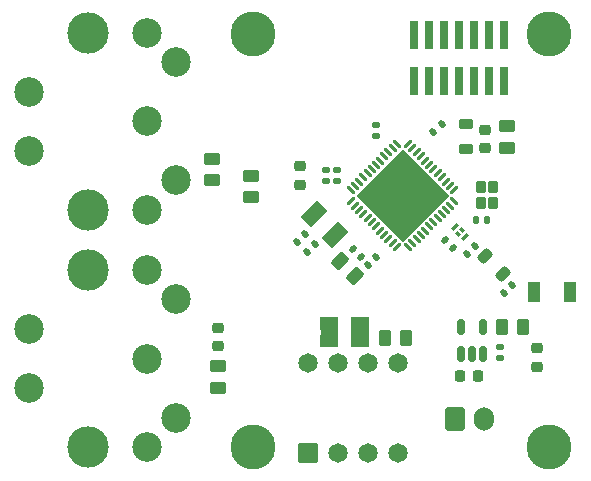
<source format=gbr>
%TF.GenerationSoftware,KiCad,Pcbnew,9.0.0*%
%TF.CreationDate,2025-04-07T16:50:41+02:00*%
%TF.ProjectId,TP_PROJ_S5,54505f50-524f-44a5-9f53-352e6b696361,rev?*%
%TF.SameCoordinates,Original*%
%TF.FileFunction,Soldermask,Top*%
%TF.FilePolarity,Negative*%
%FSLAX46Y46*%
G04 Gerber Fmt 4.6, Leading zero omitted, Abs format (unit mm)*
G04 Created by KiCad (PCBNEW 9.0.0) date 2025-04-07 16:50:41*
%MOMM*%
%LPD*%
G01*
G04 APERTURE LIST*
G04 Aperture macros list*
%AMRoundRect*
0 Rectangle with rounded corners*
0 $1 Rounding radius*
0 $2 $3 $4 $5 $6 $7 $8 $9 X,Y pos of 4 corners*
0 Add a 4 corners polygon primitive as box body*
4,1,4,$2,$3,$4,$5,$6,$7,$8,$9,$2,$3,0*
0 Add four circle primitives for the rounded corners*
1,1,$1+$1,$2,$3*
1,1,$1+$1,$4,$5*
1,1,$1+$1,$6,$7*
1,1,$1+$1,$8,$9*
0 Add four rect primitives between the rounded corners*
20,1,$1+$1,$2,$3,$4,$5,0*
20,1,$1+$1,$4,$5,$6,$7,0*
20,1,$1+$1,$6,$7,$8,$9,0*
20,1,$1+$1,$8,$9,$2,$3,0*%
%AMRotRect*
0 Rectangle, with rotation*
0 The origin of the aperture is its center*
0 $1 length*
0 $2 width*
0 $3 Rotation angle, in degrees counterclockwise*
0 Add horizontal line*
21,1,$1,$2,0,0,$3*%
%AMFreePoly0*
4,1,6,0.500000,-0.750000,-0.650000,-0.750000,-0.150000,0.000000,-0.650000,0.750000,0.500000,0.750000,0.500000,-0.750000,0.500000,-0.750000,$1*%
%AMFreePoly1*
4,1,6,1.000000,0.000000,0.500000,-0.750000,-0.500000,-0.750000,-0.500000,0.750000,0.500000,0.750000,1.000000,0.000000,1.000000,0.000000,$1*%
G04 Aperture macros list end*
%ADD10C,0.000000*%
%ADD11RoundRect,0.150000X0.150000X-0.512500X0.150000X0.512500X-0.150000X0.512500X-0.150000X-0.512500X0*%
%ADD12C,2.500000*%
%ADD13C,3.500000*%
%ADD14RoundRect,0.218750X0.256250X-0.218750X0.256250X0.218750X-0.256250X0.218750X-0.256250X-0.218750X0*%
%ADD15RoundRect,0.250000X0.450000X-0.262500X0.450000X0.262500X-0.450000X0.262500X-0.450000X-0.262500X0*%
%ADD16C,3.800000*%
%ADD17FreePoly0,90.000000*%
%ADD18FreePoly1,90.000000*%
%ADD19RoundRect,0.140000X-0.140000X-0.170000X0.140000X-0.170000X0.140000X0.170000X-0.140000X0.170000X0*%
%ADD20RoundRect,0.140000X-0.021213X0.219203X-0.219203X0.021213X0.021213X-0.219203X0.219203X-0.021213X0*%
%ADD21RotRect,0.279400X0.711200X135.000000*%
%ADD22RotRect,0.254000X0.457200X225.000000*%
%ADD23RoundRect,0.102000X-0.350000X-0.375000X0.350000X-0.375000X0.350000X0.375000X-0.350000X0.375000X0*%
%ADD24RoundRect,0.102000X0.989949X0.282843X0.282843X0.989949X-0.989949X-0.282843X-0.282843X-0.989949X0*%
%ADD25RoundRect,0.102000X0.719000X-0.719000X0.719000X0.719000X-0.719000X0.719000X-0.719000X-0.719000X0*%
%ADD26C,1.642000*%
%ADD27RoundRect,0.062500X-0.220971X-0.309359X0.309359X0.220971X0.220971X0.309359X-0.309359X-0.220971X0*%
%ADD28RoundRect,0.062500X0.220971X-0.309359X0.309359X-0.220971X-0.220971X0.309359X-0.309359X0.220971X0*%
%ADD29RotRect,5.600000X5.600000X45.000000*%
%ADD30RoundRect,0.250000X-0.450000X0.262500X-0.450000X-0.262500X0.450000X-0.262500X0.450000X0.262500X0*%
%ADD31RoundRect,0.250000X0.262500X0.450000X-0.262500X0.450000X-0.262500X-0.450000X0.262500X-0.450000X0*%
%ADD32RoundRect,0.250000X0.503814X0.132583X0.132583X0.503814X-0.503814X-0.132583X-0.132583X-0.503814X0*%
%ADD33RoundRect,0.250000X-0.262500X-0.450000X0.262500X-0.450000X0.262500X0.450000X-0.262500X0.450000X0*%
%ADD34RoundRect,0.218750X-0.424264X-0.114905X-0.114905X-0.424264X0.424264X0.114905X0.114905X0.424264X0*%
%ADD35RoundRect,0.218750X0.381250X-0.218750X0.381250X0.218750X-0.381250X0.218750X-0.381250X-0.218750X0*%
%ADD36RoundRect,0.250000X-0.600000X-0.750000X0.600000X-0.750000X0.600000X0.750000X-0.600000X0.750000X0*%
%ADD37O,1.700000X2.000000*%
%ADD38R,0.740000X2.400000*%
%ADD39RoundRect,0.140000X0.170000X-0.140000X0.170000X0.140000X-0.170000X0.140000X-0.170000X-0.140000X0*%
%ADD40RoundRect,0.225000X0.250000X-0.225000X0.250000X0.225000X-0.250000X0.225000X-0.250000X-0.225000X0*%
%ADD41RoundRect,0.140000X0.021213X-0.219203X0.219203X-0.021213X-0.021213X0.219203X-0.219203X0.021213X0*%
%ADD42RoundRect,0.140000X-0.219203X-0.021213X-0.021213X-0.219203X0.219203X0.021213X0.021213X0.219203X0*%
%ADD43RoundRect,0.140000X-0.170000X0.140000X-0.170000X-0.140000X0.170000X-0.140000X0.170000X0.140000X0*%
%ADD44RoundRect,0.225000X-0.225000X-0.250000X0.225000X-0.250000X0.225000X0.250000X-0.225000X0.250000X0*%
%ADD45R,1.066800X1.803400*%
G04 APERTURE END LIST*
D10*
%TO.C,JP2*%
G36*
X133800000Y-126479999D02*
G01*
X132300000Y-126479999D01*
X132300000Y-124029999D01*
X133800000Y-124029999D01*
X133800000Y-126479999D01*
G37*
%TO.C,JP1*%
G36*
X131200000Y-126479999D02*
G01*
X129700000Y-126479999D01*
X129700000Y-124029999D01*
X131200000Y-124029999D01*
X131200000Y-126479999D01*
G37*
%TD*%
D11*
%TO.C,U2*%
X141550001Y-127097500D03*
X142500000Y-127097500D03*
X143449999Y-127097500D03*
X143449999Y-124822500D03*
X141550001Y-124822500D03*
%TD*%
D12*
%TO.C,J4*%
X105000000Y-130000000D03*
X105000000Y-125000000D03*
X117500000Y-122500000D03*
X117500000Y-132500000D03*
X115000000Y-120000000D03*
X115000000Y-127500000D03*
X115000000Y-135000000D03*
D13*
X110000000Y-135000000D03*
X110000000Y-120000000D03*
%TD*%
D14*
%TO.C,D2*%
X121050000Y-124874999D03*
X121050000Y-126450001D03*
%TD*%
D15*
%TO.C,R4*%
X121050000Y-128150000D03*
X121050000Y-129975000D03*
%TD*%
D13*
%TO.C,J5*%
X110000000Y-99900000D03*
X110000000Y-114900000D03*
D12*
X115000000Y-114900000D03*
X115000000Y-107400000D03*
X115000000Y-99900000D03*
X117500000Y-112400000D03*
X117500000Y-102400000D03*
X105000000Y-104900000D03*
X105000000Y-109900000D03*
%TD*%
D15*
%TO.C,R7*%
X120500000Y-110587500D03*
X120500000Y-112412500D03*
%TD*%
D16*
%TO.C,H4*%
X149000000Y-135000000D03*
%TD*%
%TO.C,H1*%
X124000000Y-100000000D03*
%TD*%
D17*
%TO.C,JP2*%
X133050000Y-124530000D03*
D18*
X133050000Y-125979998D03*
%TD*%
D16*
%TO.C,H3*%
X124000000Y-135000000D03*
%TD*%
%TO.C,H2*%
X149000000Y-100000000D03*
%TD*%
D18*
%TO.C,JP1*%
X130450000Y-125979998D03*
D17*
X130450000Y-124530000D03*
%TD*%
D19*
%TO.C,C21*%
X142820000Y-115800000D03*
X143780000Y-115800000D03*
%TD*%
D20*
%TO.C,C20*%
X133710589Y-119619411D03*
X134389411Y-118940589D03*
%TD*%
D21*
%TO.C,U3*%
X141931052Y-117231052D03*
D22*
X141661645Y-116638355D03*
D21*
X141068948Y-116368948D03*
D22*
X141338355Y-116961645D03*
%TD*%
D23*
%TO.C,Y3*%
X143300000Y-112980000D03*
X143300000Y-114330000D03*
X144300000Y-114330000D03*
X144300000Y-112980000D03*
%TD*%
D24*
%TO.C,Y1*%
X130951561Y-117031561D03*
X129148439Y-115228439D03*
%TD*%
D25*
%TO.C,U4*%
X128640000Y-135540000D03*
D26*
X131180000Y-135540000D03*
X131180000Y-127920000D03*
X128640000Y-127920000D03*
X133720000Y-135540000D03*
X136260000Y-135540000D03*
X133720000Y-127920000D03*
X136260000Y-127920000D03*
%TD*%
D27*
%TO.C,U1*%
X132264726Y-114196035D03*
X132618279Y-114549588D03*
X132971833Y-114903142D03*
X133325386Y-115256695D03*
X133678939Y-115610248D03*
X134032493Y-115963802D03*
X134386046Y-116317355D03*
X134739600Y-116670909D03*
X135093153Y-117024462D03*
X135446706Y-117378015D03*
X135800260Y-117731569D03*
X136153813Y-118085122D03*
D28*
X137126085Y-118085122D03*
X137479638Y-117731569D03*
X137833192Y-117378015D03*
X138186745Y-117024462D03*
X138540298Y-116670909D03*
X138893852Y-116317355D03*
X139247405Y-115963802D03*
X139600959Y-115610248D03*
X139954512Y-115256695D03*
X140308065Y-114903142D03*
X140661619Y-114549588D03*
X141015172Y-114196035D03*
D27*
X141015172Y-113223763D03*
X140661619Y-112870210D03*
X140308065Y-112516656D03*
X139954512Y-112163103D03*
X139600959Y-111809550D03*
X139247405Y-111455996D03*
X138893852Y-111102443D03*
X138540298Y-110748889D03*
X138186745Y-110395336D03*
X137833192Y-110041783D03*
X137479638Y-109688229D03*
X137126085Y-109334676D03*
D28*
X136153813Y-109334676D03*
X135800260Y-109688229D03*
X135446706Y-110041783D03*
X135093153Y-110395336D03*
X134739600Y-110748889D03*
X134386046Y-111102443D03*
X134032493Y-111455996D03*
X133678939Y-111809550D03*
X133325386Y-112163103D03*
X132971833Y-112516656D03*
X132618279Y-112870210D03*
X132264726Y-113223763D03*
D29*
X136639949Y-113709899D03*
%TD*%
D30*
%TO.C,R6*%
X123850000Y-112017500D03*
X123850000Y-113842500D03*
%TD*%
D31*
%TO.C,R5*%
X136962500Y-125730000D03*
X135137500Y-125730000D03*
%TD*%
D30*
%TO.C,R3*%
X145450000Y-107817500D03*
X145450000Y-109642500D03*
%TD*%
D32*
%TO.C,R2*%
X132645235Y-120525235D03*
X131354765Y-119234765D03*
%TD*%
D33*
%TO.C,R1*%
X145050000Y-124810000D03*
X146875000Y-124810000D03*
%TD*%
D34*
%TO.C,L2*%
X143648699Y-118848699D03*
X145151301Y-120351301D03*
%TD*%
D35*
%TO.C,L1*%
X142050000Y-109792500D03*
X142050000Y-107667500D03*
%TD*%
D36*
%TO.C,J3*%
X141050000Y-132610000D03*
D37*
X143550000Y-132610000D03*
%TD*%
D38*
%TO.C,J1*%
X137630000Y-104030000D03*
X137630000Y-100130000D03*
X138900000Y-104030000D03*
X138900000Y-100130000D03*
X140170000Y-104030000D03*
X140170000Y-100130000D03*
X141440000Y-104030000D03*
X141440000Y-100130000D03*
X142710000Y-104030000D03*
X142710000Y-100130000D03*
X143980000Y-104030000D03*
X143980000Y-100130000D03*
X145250000Y-104030000D03*
X145250000Y-100130000D03*
%TD*%
D14*
%TO.C,D1*%
X148050000Y-128217501D03*
X148050000Y-126642499D03*
%TD*%
D39*
%TO.C,C19*%
X134400000Y-108680000D03*
X134400000Y-107720000D03*
%TD*%
%TO.C,C18*%
X131100000Y-112480000D03*
X131100000Y-111520000D03*
%TD*%
D40*
%TO.C,C17*%
X143650000Y-109705000D03*
X143650000Y-108155000D03*
%TD*%
D41*
%TO.C,C16*%
X139260589Y-108339411D03*
X139939411Y-107660589D03*
%TD*%
D20*
%TO.C,C14*%
X129189411Y-117790589D03*
X128510589Y-118469411D03*
%TD*%
%TO.C,C13*%
X128389411Y-116990589D03*
X127710589Y-117669411D03*
%TD*%
%TO.C,C12*%
X145939411Y-121260589D03*
X145260589Y-121939411D03*
%TD*%
%TO.C,C11*%
X142739411Y-117960589D03*
X142060589Y-118639411D03*
%TD*%
D42*
%TO.C,C6*%
X132410589Y-118240589D03*
X133089411Y-118919411D03*
%TD*%
D39*
%TO.C,C5*%
X130150000Y-112480000D03*
X130150000Y-111520000D03*
%TD*%
D42*
%TO.C,C4*%
X140260589Y-117460589D03*
X140939411Y-118139411D03*
%TD*%
D40*
%TO.C,C3*%
X127950000Y-112775000D03*
X127950000Y-111225000D03*
%TD*%
D43*
%TO.C,C2*%
X144850000Y-126530000D03*
X144850000Y-127490000D03*
%TD*%
D44*
%TO.C,C1*%
X141475000Y-129010000D03*
X143025000Y-129010000D03*
%TD*%
D45*
%TO.C,AE1*%
X147806199Y-121900000D03*
X150854199Y-121900000D03*
%TD*%
M02*

</source>
